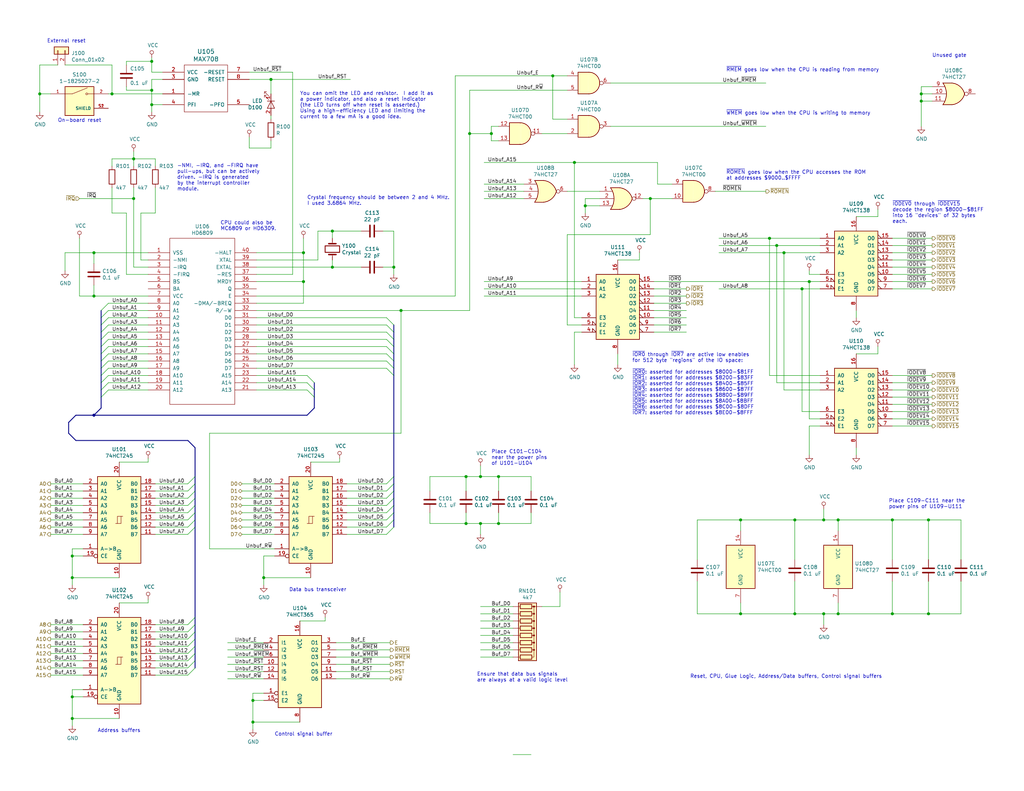
<source format=kicad_sch>
(kicad_sch (version 20211123) (generator eeschema)
  (paper "User" 359.994 278.206)
  (junction (at 168.91 184.15))
  (junction (at 163.83 167.64))
  (junction (at 53.34 21.59))
  (junction (at 275.59 88.9))
  (junction (at 33.02 104.14))
  (junction (at 294.64 215.9))
  (junction (at 279.4 182.88))
  (junction (at 326.39 182.88))
  (junction (at 13.97 33.02))
  (junction (at 116.84 93.98))
  (junction (at 46.99 55.88))
  (junction (at 323.85 33.02))
  (junction (at 53.34 36.83))
  (junction (at 25.4 252.73))
  (junction (at 106.68 99.06))
  (junction (at 33.02 146.05))
  (junction (at 201.93 57.15))
  (junction (at 53.34 31.75))
  (junction (at 88.9 246.38))
  (junction (at 279.4 215.9))
  (junction (at 172.72 46.99))
  (junction (at 284.48 99.06))
  (junction (at 323.85 35.56))
  (junction (at 39.37 33.02))
  (junction (at 138.43 93.98))
  (junction (at 25.4 195.58))
  (junction (at 270.51 83.82))
  (junction (at 88.9 254))
  (junction (at 92.71 203.2))
  (junction (at 116.84 81.28))
  (junction (at 25.4 245.11))
  (junction (at 165.1 46.99))
  (junction (at 194.31 26.67))
  (junction (at 289.56 215.9))
  (junction (at 33.02 88.9))
  (junction (at 205.74 72.39))
  (junction (at 313.69 182.88))
  (junction (at 140.97 109.22))
  (junction (at 273.05 86.36))
  (junction (at 95.25 27.94))
  (junction (at 106.68 88.9))
  (junction (at 25.4 203.2))
  (junction (at 175.26 167.64))
  (junction (at 260.35 215.9))
  (junction (at 326.39 215.9))
  (junction (at 175.26 184.15))
  (junction (at 260.35 182.88))
  (junction (at 313.69 215.9))
  (junction (at 168.91 167.64))
  (junction (at 294.64 182.88))
  (junction (at 46.99 69.85))
  (junction (at 289.56 182.88))
  (junction (at 228.6 69.85))
  (junction (at 163.83 184.15))
  (junction (at 281.94 101.6))
  (bus_entry (at 35.56 119.38) (size 2.54 -2.54))
  (bus_entry (at 35.56 139.7) (size 2.54 -2.54))
  (bus_entry (at 35.56 129.54) (size 2.54 -2.54))
  (bus_entry (at 135.89 111.76) (size 2.54 2.54))
  (bus_entry (at 135.89 177.8) (size 2.54 -2.54))
  (bus_entry (at 135.89 121.92) (size 2.54 2.54))
  (bus_entry (at 135.89 180.34) (size 2.54 -2.54))
  (bus_entry (at 66.04 219.71) (size 2.54 -2.54))
  (bus_entry (at 66.04 224.79) (size 2.54 -2.54))
  (bus_entry (at 35.56 132.08) (size 2.54 -2.54))
  (bus_entry (at 66.04 222.25) (size 2.54 -2.54))
  (bus_entry (at 135.89 187.96) (size 2.54 -2.54))
  (bus_entry (at 107.95 132.08) (size 2.54 2.54))
  (bus_entry (at 135.89 182.88) (size 2.54 -2.54))
  (bus_entry (at 35.56 124.46) (size 2.54 -2.54))
  (bus_entry (at 66.04 229.87) (size 2.54 -2.54))
  (bus_entry (at 35.56 109.22) (size 2.54 -2.54))
  (bus_entry (at 66.04 187.96) (size 2.54 -2.54))
  (bus_entry (at 35.56 116.84) (size 2.54 -2.54))
  (bus_entry (at 66.04 232.41) (size 2.54 -2.54))
  (bus_entry (at 66.04 182.88) (size 2.54 -2.54))
  (bus_entry (at 66.04 172.72) (size 2.54 -2.54))
  (bus_entry (at 135.89 124.46) (size 2.54 2.54))
  (bus_entry (at 135.89 114.3) (size 2.54 2.54))
  (bus_entry (at 135.89 175.26) (size 2.54 -2.54))
  (bus_entry (at 135.89 116.84) (size 2.54 2.54))
  (bus_entry (at 66.04 185.42) (size 2.54 -2.54))
  (bus_entry (at 35.56 114.3) (size 2.54 -2.54))
  (bus_entry (at 107.95 134.62) (size 2.54 2.54))
  (bus_entry (at 35.56 121.92) (size 2.54 -2.54))
  (bus_entry (at 135.89 170.18) (size 2.54 -2.54))
  (bus_entry (at 135.89 127) (size 2.54 2.54))
  (bus_entry (at 35.56 134.62) (size 2.54 -2.54))
  (bus_entry (at 35.56 111.76) (size 2.54 -2.54))
  (bus_entry (at 107.95 137.16) (size 2.54 2.54))
  (bus_entry (at 135.89 172.72) (size 2.54 -2.54))
  (bus_entry (at 135.89 119.38) (size 2.54 2.54))
  (bus_entry (at 135.89 185.42) (size 2.54 -2.54))
  (bus_entry (at 135.89 129.54) (size 2.54 2.54))
  (bus_entry (at 35.56 127) (size 2.54 -2.54))
  (bus_entry (at 66.04 234.95) (size 2.54 -2.54))
  (bus_entry (at 66.04 227.33) (size 2.54 -2.54))
  (bus_entry (at 66.04 170.18) (size 2.54 -2.54))
  (bus_entry (at 66.04 237.49) (size 2.54 -2.54))
  (bus_entry (at 66.04 177.8) (size 2.54 -2.54))
  (bus_entry (at 66.04 175.26) (size 2.54 -2.54))
  (bus_entry (at 35.56 137.16) (size 2.54 -2.54))
  (bus_entry (at 66.04 180.34) (size 2.54 -2.54))
  (wire (pts (xy 13.97 33.02) (xy 13.97 39.37)))
  (wire (pts (xy 323.85 33.02) (xy 323.85 35.56)))
  (wire (pts (xy 96.52 177.8) (xy 85.09 177.8)))
  (wire (pts (xy 281.94 144.78) (xy 281.94 101.6)))
  (wire (pts (xy 80.01 238.76) (xy 92.71 238.76)))
  (bus (pts (xy 33.02 146.05) (xy 35.56 143.51)))
  (wire (pts (xy 90.17 111.76) (xy 135.89 111.76)))
  (wire (pts (xy 114.3 218.44) (xy 114.3 217.17)))
  (wire (pts (xy 41.91 162.56) (xy 52.07 162.56)))
  (wire (pts (xy 54.61 177.8) (xy 66.04 177.8)))
  (wire (pts (xy 288.29 132.08) (xy 270.51 132.08)))
  (wire (pts (xy 121.92 185.42) (xy 135.89 185.42)))
  (wire (pts (xy 175.26 184.15) (xy 175.26 180.34)))
  (wire (pts (xy 186.69 265.43) (xy 180.34 265.43)))
  (wire (pts (xy 323.85 33.02) (xy 327.66 33.02)))
  (wire (pts (xy 38.1 119.38) (xy 52.07 119.38)))
  (wire (pts (xy 54.61 222.25) (xy 66.04 222.25)))
  (wire (pts (xy 260.35 182.88) (xy 279.4 182.88)))
  (wire (pts (xy 289.56 182.88) (xy 294.64 182.88)))
  (bus (pts (xy 35.56 139.7) (xy 35.56 143.51)))
  (wire (pts (xy 121.92 180.34) (xy 135.89 180.34)))
  (wire (pts (xy 29.21 224.79) (xy 17.78 224.79)))
  (wire (pts (xy 46.99 58.42) (xy 46.99 55.88)))
  (bus (pts (xy 138.43 172.72) (xy 138.43 175.26)))
  (bus (pts (xy 24.13 148.59) (xy 26.67 146.05)))
  (wire (pts (xy 39.37 22.86) (xy 39.37 33.02)))
  (wire (pts (xy 54.61 224.79) (xy 66.04 224.79)))
  (wire (pts (xy 53.34 21.59) (xy 53.34 20.32)))
  (wire (pts (xy 288.29 137.16) (xy 275.59 137.16)))
  (wire (pts (xy 46.99 69.85) (xy 46.99 66.04)))
  (wire (pts (xy 300.99 157.48) (xy 300.99 160.02)))
  (wire (pts (xy 57.15 27.94) (xy 53.34 27.94)))
  (wire (pts (xy 273.05 86.36) (xy 252.73 86.36)))
  (wire (pts (xy 313.69 137.16) (xy 327.66 137.16)))
  (wire (pts (xy 29.21 222.25) (xy 17.78 222.25)))
  (wire (pts (xy 194.31 26.67) (xy 199.39 26.67)))
  (wire (pts (xy 54.61 74.93) (xy 54.61 66.04)))
  (wire (pts (xy 39.37 74.93) (xy 39.37 66.04)))
  (wire (pts (xy 313.69 142.24) (xy 327.66 142.24)))
  (bus (pts (xy 26.67 154.94) (xy 66.04 154.94)))
  (wire (pts (xy 165.1 46.99) (xy 172.72 46.99)))
  (wire (pts (xy 180.34 223.52) (xy 168.91 223.52)))
  (bus (pts (xy 110.49 137.16) (xy 110.49 139.7)))
  (wire (pts (xy 44.45 31.75) (xy 53.34 31.75)))
  (wire (pts (xy 313.69 91.44) (xy 327.66 91.44)))
  (wire (pts (xy 54.61 234.95) (xy 66.04 234.95)))
  (wire (pts (xy 96.52 175.26) (xy 85.09 175.26)))
  (wire (pts (xy 121.92 172.72) (xy 135.89 172.72)))
  (wire (pts (xy 163.83 167.64) (xy 168.91 167.64)))
  (bus (pts (xy 24.13 148.59) (xy 24.13 152.4)))
  (bus (pts (xy 35.56 132.08) (xy 35.56 134.62)))
  (wire (pts (xy 313.69 88.9) (xy 327.66 88.9)))
  (wire (pts (xy 284.48 99.06) (xy 288.29 99.06)))
  (wire (pts (xy 229.87 114.3) (xy 241.3 114.3)))
  (wire (pts (xy 106.68 99.06) (xy 106.68 88.9)))
  (wire (pts (xy 116.84 93.98) (xy 116.84 91.44)))
  (wire (pts (xy 90.17 106.68) (xy 106.68 106.68)))
  (wire (pts (xy 96.52 172.72) (xy 85.09 172.72)))
  (wire (pts (xy 33.02 88.9) (xy 22.86 88.9)))
  (wire (pts (xy 251.46 67.31) (xy 269.24 67.31)))
  (wire (pts (xy 260.35 215.9) (xy 279.4 215.9)))
  (wire (pts (xy 73.66 193.04) (xy 96.52 193.04)))
  (wire (pts (xy 90.17 124.46) (xy 135.89 124.46)))
  (wire (pts (xy 29.21 229.87) (xy 17.78 229.87)))
  (wire (pts (xy 284.48 147.32) (xy 284.48 99.06)))
  (wire (pts (xy 95.25 27.94) (xy 95.25 33.02)))
  (bus (pts (xy 68.58 172.72) (xy 68.58 175.26)))
  (wire (pts (xy 313.69 93.98) (xy 327.66 93.98)))
  (wire (pts (xy 90.17 137.16) (xy 107.95 137.16)))
  (wire (pts (xy 41.91 252.73) (xy 25.4 252.73)))
  (wire (pts (xy 29.21 177.8) (xy 17.78 177.8)))
  (wire (pts (xy 96.52 170.18) (xy 85.09 170.18)))
  (wire (pts (xy 46.99 55.88) (xy 54.61 55.88)))
  (wire (pts (xy 96.52 182.88) (xy 85.09 182.88)))
  (bus (pts (xy 138.43 170.18) (xy 138.43 172.72)))
  (wire (pts (xy 300.99 76.2) (xy 308.61 76.2)))
  (wire (pts (xy 170.18 57.15) (xy 201.93 57.15)))
  (wire (pts (xy 53.34 27.94) (xy 53.34 31.75)))
  (wire (pts (xy 180.34 213.36) (xy 168.91 213.36)))
  (wire (pts (xy 38.1 134.62) (xy 52.07 134.62)))
  (bus (pts (xy 68.58 180.34) (xy 68.58 182.88)))
  (bus (pts (xy 138.43 180.34) (xy 138.43 182.88)))
  (bus (pts (xy 68.58 222.25) (xy 68.58 224.79)))
  (wire (pts (xy 180.34 231.14) (xy 168.91 231.14)))
  (bus (pts (xy 66.04 154.94) (xy 68.58 157.48)))
  (wire (pts (xy 105.41 218.44) (xy 114.3 218.44)))
  (wire (pts (xy 288.29 86.36) (xy 273.05 86.36)))
  (wire (pts (xy 96.52 180.34) (xy 85.09 180.34)))
  (wire (pts (xy 138.43 93.98) (xy 138.43 96.52)))
  (wire (pts (xy 294.64 215.9) (xy 313.69 215.9)))
  (wire (pts (xy 170.18 99.06) (xy 204.47 99.06)))
  (wire (pts (xy 279.4 215.9) (xy 289.56 215.9)))
  (wire (pts (xy 326.39 182.88) (xy 337.82 182.88)))
  (bus (pts (xy 35.56 121.92) (xy 35.56 124.46)))
  (wire (pts (xy 38.1 127) (xy 52.07 127)))
  (wire (pts (xy 160.02 104.14) (xy 160.02 26.67)))
  (wire (pts (xy 127 81.28) (xy 116.84 81.28)))
  (wire (pts (xy 231.14 64.77) (xy 231.14 57.15)))
  (wire (pts (xy 38.1 106.68) (xy 52.07 106.68)))
  (bus (pts (xy 68.58 170.18) (xy 68.58 172.72)))
  (wire (pts (xy 90.17 121.92) (xy 135.89 121.92)))
  (wire (pts (xy 20.32 22.86) (xy 13.97 22.86)))
  (bus (pts (xy 35.56 114.3) (xy 35.56 116.84)))
  (wire (pts (xy 313.69 96.52) (xy 327.66 96.52)))
  (bus (pts (xy 138.43 116.84) (xy 138.43 119.38)))
  (bus (pts (xy 68.58 219.71) (xy 68.58 222.25)))
  (wire (pts (xy 54.61 237.49) (xy 66.04 237.49)))
  (wire (pts (xy 123.19 27.94) (xy 95.25 27.94)))
  (wire (pts (xy 199.39 41.91) (xy 194.31 41.91)))
  (bus (pts (xy 68.58 167.64) (xy 68.58 170.18)))
  (bus (pts (xy 68.58 175.26) (xy 68.58 177.8)))
  (wire (pts (xy 165.1 109.22) (xy 165.1 46.99)))
  (wire (pts (xy 214.63 44.45) (xy 269.24 44.45)))
  (wire (pts (xy 199.39 114.3) (xy 199.39 82.55)))
  (wire (pts (xy 57.15 36.83) (xy 53.34 36.83)))
  (wire (pts (xy 337.82 215.9) (xy 337.82 204.47)))
  (wire (pts (xy 102.87 96.52) (xy 102.87 25.4)))
  (wire (pts (xy 165.1 46.99) (xy 165.1 31.75)))
  (wire (pts (xy 170.18 69.85) (xy 184.15 69.85)))
  (wire (pts (xy 288.29 101.6) (xy 281.94 101.6)))
  (wire (pts (xy 92.71 195.58) (xy 92.71 203.2)))
  (bus (pts (xy 138.43 182.88) (xy 138.43 185.42)))
  (wire (pts (xy 22.86 22.86) (xy 39.37 22.86)))
  (wire (pts (xy 170.18 101.6) (xy 204.47 101.6)))
  (wire (pts (xy 289.56 215.9) (xy 289.56 219.71)))
  (wire (pts (xy 80.01 231.14) (xy 92.71 231.14)))
  (bus (pts (xy 26.67 146.05) (xy 33.02 146.05)))
  (wire (pts (xy 275.59 88.9) (xy 252.73 88.9)))
  (wire (pts (xy 229.87 99.06) (xy 284.48 99.06)))
  (wire (pts (xy 52.07 212.09) (xy 52.07 210.82)))
  (wire (pts (xy 33.02 104.14) (xy 27.94 104.14)))
  (wire (pts (xy 175.26 167.64) (xy 186.69 167.64)))
  (wire (pts (xy 53.34 36.83) (xy 53.34 39.37)))
  (wire (pts (xy 204.47 111.76) (xy 201.93 111.76)))
  (wire (pts (xy 90.17 129.54) (xy 135.89 129.54)))
  (wire (pts (xy 118.11 231.14) (xy 137.16 231.14)))
  (bus (pts (xy 107.95 146.05) (xy 110.49 143.51)))
  (bus (pts (xy 33.02 146.05) (xy 107.95 146.05)))
  (wire (pts (xy 229.87 116.84) (xy 241.3 116.84)))
  (wire (pts (xy 29.21 234.95) (xy 17.78 234.95)))
  (wire (pts (xy 118.11 226.06) (xy 137.16 226.06)))
  (wire (pts (xy 313.69 149.86) (xy 327.66 149.86)))
  (wire (pts (xy 313.69 147.32) (xy 327.66 147.32)))
  (wire (pts (xy 163.83 180.34) (xy 163.83 184.15)))
  (wire (pts (xy 44.45 22.86) (xy 44.45 21.59)))
  (wire (pts (xy 323.85 30.48) (xy 323.85 33.02)))
  (wire (pts (xy 52.07 162.56) (xy 52.07 161.29)))
  (wire (pts (xy 29.21 170.18) (xy 17.78 170.18)))
  (wire (pts (xy 260.35 212.09) (xy 260.35 215.9)))
  (wire (pts (xy 111.76 81.28) (xy 111.76 91.44)))
  (wire (pts (xy 172.72 49.53) (xy 175.26 49.53)))
  (wire (pts (xy 121.92 170.18) (xy 135.89 170.18)))
  (wire (pts (xy 326.39 204.47) (xy 326.39 215.9)))
  (wire (pts (xy 52.07 104.14) (xy 33.02 104.14)))
  (wire (pts (xy 54.61 229.87) (xy 66.04 229.87)))
  (wire (pts (xy 199.39 82.55) (xy 228.6 82.55)))
  (wire (pts (xy 279.4 204.47) (xy 279.4 215.9)))
  (wire (pts (xy 54.61 172.72) (xy 66.04 172.72)))
  (wire (pts (xy 313.69 144.78) (xy 327.66 144.78)))
  (wire (pts (xy 41.91 203.2) (xy 25.4 203.2)))
  (wire (pts (xy 270.51 132.08) (xy 270.51 83.82)))
  (wire (pts (xy 33.02 100.33) (xy 33.02 104.14)))
  (wire (pts (xy 180.34 228.6) (xy 168.91 228.6)))
  (wire (pts (xy 217.17 91.44) (xy 224.79 91.44)))
  (wire (pts (xy 38.1 121.92) (xy 52.07 121.92)))
  (wire (pts (xy 90.17 119.38) (xy 135.89 119.38)))
  (wire (pts (xy 29.21 232.41) (xy 17.78 232.41)))
  (wire (pts (xy 127 93.98) (xy 116.84 93.98)))
  (wire (pts (xy 54.61 185.42) (xy 66.04 185.42)))
  (wire (pts (xy 180.34 220.98) (xy 168.91 220.98)))
  (wire (pts (xy 90.17 88.9) (xy 106.68 88.9)))
  (wire (pts (xy 33.02 92.71) (xy 33.02 88.9)))
  (wire (pts (xy 27.94 69.85) (xy 46.99 69.85)))
  (wire (pts (xy 96.52 185.42) (xy 85.09 185.42)))
  (wire (pts (xy 121.92 187.96) (xy 135.89 187.96)))
  (wire (pts (xy 44.45 21.59) (xy 53.34 21.59)))
  (bus (pts (xy 138.43 175.26) (xy 138.43 177.8)))
  (wire (pts (xy 201.93 111.76) (xy 201.93 57.15)))
  (bus (pts (xy 68.58 224.79) (xy 68.58 227.33)))
  (wire (pts (xy 228.6 82.55) (xy 228.6 69.85)))
  (wire (pts (xy 327.66 35.56) (xy 323.85 35.56)))
  (wire (pts (xy 25.4 195.58) (xy 25.4 203.2)))
  (wire (pts (xy 245.11 182.88) (xy 260.35 182.88)))
  (wire (pts (xy 313.69 204.47) (xy 313.69 215.9)))
  (wire (pts (xy 289.56 182.88) (xy 289.56 179.07)))
  (wire (pts (xy 73.66 193.04) (xy 73.66 152.4)))
  (wire (pts (xy 118.11 228.6) (xy 137.16 228.6)))
  (wire (pts (xy 92.71 246.38) (xy 88.9 246.38)))
  (wire (pts (xy 313.69 139.7) (xy 327.66 139.7)))
  (wire (pts (xy 151.13 172.72) (xy 151.13 167.64)))
  (bus (pts (xy 110.49 134.62) (xy 110.49 137.16)))
  (wire (pts (xy 175.26 167.64) (xy 175.26 172.72)))
  (wire (pts (xy 236.22 64.77) (xy 231.14 64.77)))
  (wire (pts (xy 90.17 132.08) (xy 107.95 132.08)))
  (wire (pts (xy 313.69 101.6) (xy 327.66 101.6)))
  (wire (pts (xy 53.34 25.4) (xy 53.34 21.59)))
  (wire (pts (xy 326.39 196.85) (xy 326.39 182.88)))
  (wire (pts (xy 273.05 134.62) (xy 273.05 86.36)))
  (wire (pts (xy 54.61 227.33) (xy 66.04 227.33)))
  (wire (pts (xy 245.11 196.85) (xy 245.11 182.88)))
  (wire (pts (xy 151.13 180.34) (xy 151.13 184.15)))
  (wire (pts (xy 90.17 93.98) (xy 116.84 93.98)))
  (bus (pts (xy 68.58 185.42) (xy 68.58 217.17)))
  (wire (pts (xy 270.51 83.82) (xy 252.73 83.82)))
  (wire (pts (xy 88.9 254) (xy 88.9 256.54)))
  (bus (pts (xy 24.13 152.4) (xy 26.67 154.94)))
  (wire (pts (xy 80.01 233.68) (xy 92.71 233.68)))
  (wire (pts (xy 96.52 187.96) (xy 85.09 187.96)))
  (wire (pts (xy 245.11 204.47) (xy 245.11 215.9)))
  (wire (pts (xy 96.52 195.58) (xy 92.71 195.58)))
  (wire (pts (xy 121.92 175.26) (xy 135.89 175.26)))
  (wire (pts (xy 190.5 46.99) (xy 199.39 46.99)))
  (wire (pts (xy 54.61 232.41) (xy 66.04 232.41)))
  (wire (pts (xy 116.84 81.28) (xy 116.84 83.82)))
  (wire (pts (xy 121.92 182.88) (xy 135.89 182.88)))
  (wire (pts (xy 313.69 83.82) (xy 327.66 83.82)))
  (wire (pts (xy 46.99 93.98) (xy 52.07 93.98)))
  (bus (pts (xy 68.58 157.48) (xy 68.58 167.64)))
  (wire (pts (xy 38.1 132.08) (xy 52.07 132.08)))
  (bus (pts (xy 138.43 119.38) (xy 138.43 121.92)))
  (wire (pts (xy 29.21 219.71) (xy 17.78 219.71)))
  (wire (pts (xy 109.22 203.2) (xy 92.71 203.2)))
  (wire (pts (xy 92.71 203.2) (xy 92.71 205.74)))
  (wire (pts (xy 90.17 96.52) (xy 102.87 96.52)))
  (wire (pts (xy 46.99 53.34) (xy 46.99 55.88)))
  (wire (pts (xy 175.26 44.45) (xy 172.72 44.45)))
  (wire (pts (xy 284.48 149.86) (xy 284.48 160.02)))
  (wire (pts (xy 229.87 106.68) (xy 241.3 106.68)))
  (bus (pts (xy 35.56 134.62) (xy 35.56 137.16)))
  (wire (pts (xy 275.59 137.16) (xy 275.59 88.9)))
  (wire (pts (xy 229.87 109.22) (xy 241.3 109.22)))
  (wire (pts (xy 134.62 81.28) (xy 138.43 81.28)))
  (wire (pts (xy 29.21 245.11) (xy 25.4 245.11)))
  (wire (pts (xy 201.93 116.84) (xy 201.93 128.27)))
  (wire (pts (xy 313.69 99.06) (xy 327.66 99.06)))
  (wire (pts (xy 308.61 76.2) (xy 308.61 73.66)))
  (wire (pts (xy 25.4 203.2) (xy 25.4 205.74)))
  (wire (pts (xy 90.17 127) (xy 135.89 127)))
  (wire (pts (xy 300.99 124.46) (xy 308.61 124.46)))
  (wire (pts (xy 38.1 114.3) (xy 52.07 114.3)))
  (wire (pts (xy 279.4 196.85) (xy 279.4 182.88)))
  (bus (pts (xy 35.56 129.54) (xy 35.56 132.08)))
  (wire (pts (xy 170.18 67.31) (xy 184.15 67.31)))
  (wire (pts (xy 194.31 41.91) (xy 194.31 26.67)))
  (wire (pts (xy 44.45 96.52) (xy 52.07 96.52)))
  (wire (pts (xy 116.84 81.28) (xy 111.76 81.28)))
  (bus (pts (xy 35.56 119.38) (xy 35.56 121.92)))
  (wire (pts (xy 151.13 167.64) (xy 163.83 167.64)))
  (bus (pts (xy 138.43 177.8) (xy 138.43 180.34)))
  (wire (pts (xy 210.82 72.39) (xy 205.74 72.39)))
  (wire (pts (xy 80.01 236.22) (xy 92.71 236.22)))
  (wire (pts (xy 27.94 104.14) (xy 27.94 83.82)))
  (bus (pts (xy 68.58 227.33) (xy 68.58 229.87)))
  (wire (pts (xy 13.97 22.86) (xy 13.97 33.02)))
  (wire (pts (xy 25.4 245.11) (xy 25.4 252.73)))
  (wire (pts (xy 29.21 185.42) (xy 17.78 185.42)))
  (wire (pts (xy 73.66 152.4) (xy 140.97 152.4)))
  (wire (pts (xy 38.1 129.54) (xy 52.07 129.54)))
  (wire (pts (xy 294.64 212.09) (xy 294.64 215.9)))
  (wire (pts (xy 29.21 187.96) (xy 17.78 187.96)))
  (bus (pts (xy 68.58 177.8) (xy 68.58 180.34)))
  (bus (pts (xy 68.58 229.87) (xy 68.58 232.41)))
  (wire (pts (xy 214.63 29.21) (xy 269.24 29.21)))
  (wire (pts (xy 49.53 91.44) (xy 49.53 74.93)))
  (wire (pts (xy 172.72 44.45) (xy 172.72 46.99)))
  (wire (pts (xy 175.26 184.15) (xy 186.69 184.15)))
  (wire (pts (xy 105.41 254) (xy 88.9 254)))
  (wire (pts (xy 29.21 237.49) (xy 17.78 237.49)))
  (wire (pts (xy 337.82 182.88) (xy 337.82 196.85)))
  (wire (pts (xy 38.1 116.84) (xy 52.07 116.84)))
  (wire (pts (xy 29.21 227.33) (xy 17.78 227.33)))
  (wire (pts (xy 288.29 88.9) (xy 275.59 88.9)))
  (wire (pts (xy 279.4 182.88) (xy 289.56 182.88)))
  (wire (pts (xy 95.25 40.64) (xy 95.25 41.91)))
  (wire (pts (xy 288.29 134.62) (xy 273.05 134.62)))
  (wire (pts (xy 52.07 91.44) (xy 49.53 91.44)))
  (wire (pts (xy 54.61 219.71) (xy 66.04 219.71)))
  (wire (pts (xy 57.15 25.4) (xy 53.34 25.4)))
  (wire (pts (xy 80.01 226.06) (xy 92.71 226.06)))
  (wire (pts (xy 29.21 172.72) (xy 17.78 172.72)))
  (wire (pts (xy 38.1 109.22) (xy 52.07 109.22)))
  (wire (pts (xy 284.48 96.52) (xy 284.48 95.25)))
  (wire (pts (xy 313.69 132.08) (xy 327.66 132.08)))
  (bus (pts (xy 138.43 121.92) (xy 138.43 124.46)))
  (wire (pts (xy 80.01 228.6) (xy 92.71 228.6)))
  (wire (pts (xy 180.34 218.44) (xy 168.91 218.44)))
  (wire (pts (xy 29.21 182.88) (xy 17.78 182.88)))
  (wire (pts (xy 168.91 184.15) (xy 168.91 187.96)))
  (wire (pts (xy 29.21 175.26) (xy 17.78 175.26)))
  (wire (pts (xy 288.29 149.86) (xy 284.48 149.86)))
  (wire (pts (xy 90.17 134.62) (xy 107.95 134.62)))
  (wire (pts (xy 180.34 215.9) (xy 168.91 215.9)))
  (wire (pts (xy 90.17 99.06) (xy 106.68 99.06)))
  (wire (pts (xy 54.61 170.18) (xy 66.04 170.18)))
  (wire (pts (xy 88.9 243.84) (xy 88.9 246.38)))
  (bus (pts (xy 68.58 232.41) (xy 68.58 234.95)))
  (wire (pts (xy 38.1 111.76) (xy 52.07 111.76)))
  (bus (pts (xy 138.43 114.3) (xy 138.43 116.84)))
  (wire (pts (xy 41.91 212.09) (xy 52.07 212.09)))
  (wire (pts (xy 229.87 111.76) (xy 241.3 111.76)))
  (bus (pts (xy 138.43 124.46) (xy 138.43 127)))
  (wire (pts (xy 289.56 215.9) (xy 294.64 215.9)))
  (wire (pts (xy 313.69 196.85) (xy 313.69 182.88)))
  (bus (pts (xy 138.43 167.64) (xy 138.43 170.18)))
  (wire (pts (xy 88.9 246.38) (xy 88.9 254)))
  (wire (pts (xy 245.11 215.9) (xy 260.35 215.9)))
  (wire (pts (xy 163.83 184.15) (xy 168.91 184.15)))
  (wire (pts (xy 180.34 226.06) (xy 168.91 226.06)))
  (bus (pts (xy 35.56 127) (xy 35.56 129.54)))
  (wire (pts (xy 54.61 175.26) (xy 66.04 175.26)))
  (wire (pts (xy 228.6 69.85) (xy 226.06 69.85)))
  (wire (pts (xy 54.61 187.96) (xy 66.04 187.96)))
  (wire (pts (xy 109.22 162.56) (xy 119.38 162.56)))
  (wire (pts (xy 25.4 242.57) (xy 25.4 245.11)))
  (wire (pts (xy 165.1 31.75) (xy 199.39 31.75)))
  (wire (pts (xy 95.25 52.07) (xy 87.63 52.07)))
  (wire (pts (xy 118.11 236.22) (xy 137.16 236.22)))
  (wire (pts (xy 38.1 124.46) (xy 52.07 124.46)))
  (wire (pts (xy 300.99 109.22) (xy 300.99 111.76)))
  (wire (pts (xy 201.93 57.15) (xy 231.14 57.15)))
  (wire (pts (xy 163.83 172.72) (xy 163.83 167.64)))
  (wire (pts (xy 54.61 55.88) (xy 54.61 58.42)))
  (wire (pts (xy 281.94 101.6) (xy 252.73 101.6)))
  (wire (pts (xy 160.02 26.67) (xy 194.31 26.67)))
  (wire (pts (xy 151.13 184.15) (xy 163.83 184.15)))
  (bus (pts (xy 35.56 116.84) (xy 35.56 119.38)))
  (wire (pts (xy 118.11 238.76) (xy 137.16 238.76)))
  (wire (pts (xy 90.17 114.3) (xy 135.89 114.3)))
  (bus (pts (xy 35.56 137.16) (xy 35.56 139.7)))
  (bus (pts (xy 110.49 139.7) (xy 110.49 143.51)))
  (wire (pts (xy 210.82 67.31) (xy 199.39 67.31)))
  (bus (pts (xy 68.58 217.17) (xy 68.58 219.71)))
  (wire (pts (xy 111.76 91.44) (xy 90.17 91.44)))
  (wire (pts (xy 53.34 31.75) (xy 53.34 36.83)))
  (wire (pts (xy 229.87 104.14) (xy 241.3 104.14)))
  (wire (pts (xy 121.92 177.8) (xy 135.89 177.8)))
  (wire (pts (xy 205.74 69.85) (xy 205.74 72.39)))
  (bus (pts (xy 35.56 124.46) (xy 35.56 127)))
  (wire (pts (xy 44.45 30.48) (xy 44.45 31.75)))
  (wire (pts (xy 190.5 213.36) (xy 196.85 213.36)))
  (wire (pts (xy 54.61 180.34) (xy 66.04 180.34)))
  (wire (pts (xy 87.63 48.26) (xy 87.63 52.07)))
  (wire (pts (xy 210.82 69.85) (xy 205.74 69.85)))
  (wire (pts (xy 260.35 186.69) (xy 260.35 182.88)))
  (wire (pts (xy 288.29 83.82) (xy 270.51 83.82)))
  (wire (pts (xy 294.64 182.88) (xy 313.69 182.88)))
  (bus (pts (xy 138.43 132.08) (xy 138.43 167.64)))
  (wire (pts (xy 313.69 86.36) (xy 327.66 86.36)))
  (wire (pts (xy 326.39 215.9) (xy 337.82 215.9)))
  (wire (pts (xy 44.45 96.52) (xy 44.45 74.93)))
  (wire (pts (xy 54.61 182.88) (xy 66.04 182.88)))
  (wire (pts (xy 204.47 114.3) (xy 199.39 114.3)))
  (wire (pts (xy 25.4 193.04) (xy 25.4 195.58)))
  (wire (pts (xy 90.17 109.22) (xy 140.97 109.22)))
  (wire (pts (xy 186.69 184.15) (xy 186.69 180.34)))
  (wire (pts (xy 168.91 184.15) (xy 175.26 184.15)))
  (wire (pts (xy 119.38 162.56) (xy 119.38 161.29)))
  (wire (pts (xy 313.69 215.9) (xy 326.39 215.9)))
  (bus (pts (xy 35.56 109.22) (xy 35.56 111.76)))
  (wire (pts (xy 138.43 81.28) (xy 138.43 93.98)))
  (wire (pts (xy 196.85 213.36) (xy 196.85 208.28)))
  (wire (pts (xy 204.47 116.84) (xy 201.93 116.84)))
  (wire (pts (xy 229.87 101.6) (xy 241.3 101.6)))
  (bus (pts (xy 138.43 129.54) (xy 138.43 132.08)))
  (wire (pts (xy 224.79 91.44) (xy 224.79 88.9)))
  (wire (pts (xy 90.17 116.84) (xy 135.89 116.84)))
  (wire (pts (xy 25.4 252.73) (xy 25.4 255.27)))
  (wire (pts (xy 29.21 193.04) (xy 25.4 193.04)))
  (wire (pts (xy 140.97 109.22) (xy 165.1 109.22)))
  (bus (pts (xy 138.43 127) (xy 138.43 129.54)))
  (wire (pts (xy 134.62 93.98) (xy 138.43 93.98)))
  (wire (pts (xy 29.21 195.58) (xy 25.4 195.58)))
  (wire (pts (xy 106.68 106.68) (xy 106.68 99.06)))
  (wire (pts (xy 92.71 243.84) (xy 88.9 243.84)))
  (wire (pts (xy 205.74 72.39) (xy 205.74 74.93)))
  (wire (pts (xy 57.15 33.02) (xy 39.37 33.02)))
  (wire (pts (xy 186.69 167.64) (xy 186.69 172.72)))
  (wire (pts (xy 172.72 46.99) (xy 172.72 49.53)))
  (wire (pts (xy 90.17 104.14) (xy 160.02 104.14)))
  (wire (pts (xy 29.21 242.57) (xy 25.4 242.57)))
  (wire (pts (xy 323.85 30.48) (xy 327.66 30.48)))
  (wire (pts (xy 170.18 64.77) (xy 184.15 64.77)))
  (wire (pts (xy 95.25 49.53) (xy 95.25 52.07)))
  (wire (pts (xy 168.91 167.64) (xy 168.91 163.83)))
  (wire (pts (xy 313.69 182.88) (xy 326.39 182.88)))
  (wire (pts (xy 170.18 104.14) (xy 204.47 104.14)))
  (wire (pts (xy 323.85 44.45) (xy 323.85 35.56)))
  (wire (pts (xy 52.07 88.9) (xy 33.02 88.9)))
  (wire (pts (xy 22.86 88.9) (xy 22.86 95.25)))
  (bus (pts (xy 68.58 182.88) (xy 68.58 185.42)))
  (wire (pts (xy 38.1 137.16) (xy 52.07 137.16)))
  (wire (pts (xy 39.37 55.88) (xy 46.99 55.88)))
  (wire (pts (xy 118.11 233.68) (xy 137.16 233.68)))
  (wire (pts (xy 46.99 93.98) (xy 46.99 69.85)))
  (wire (pts (xy 39.37 33.02) (xy 38.1 33.02)))
  (wire (pts (xy 44.45 74.93) (xy 39.37 74.93)))
  (wire (pts (xy 288.29 147.32) (xy 284.48 147.32)))
  (wire (pts (xy 313.69 134.62) (xy 327.66 134.62)))
  (wire (pts (xy 217.17 124.46) (xy 217.17 128.27)))
  (wire (pts (xy 308.61 124.46) (xy 308.61 121.92)))
  (wire (pts (xy 29.21 180.34) (xy 17.78 180.34)))
  (bus (pts (xy 35.56 111.76) (xy 35.56 114.3)))
  (wire (pts (xy 102.87 25.4) (xy 87.63 25.4)))
  (wire (pts (xy 17.78 33.02) (xy 13.97 33.02)))
  (wire (pts (xy 288.29 96.52) (xy 284.48 96.52)))
  (wire (pts (xy 140.97 152.4) (xy 140.97 109.22)))
  (wire (pts (xy 49.53 74.93) (xy 54.61 74.93)))
  (wire (pts (xy 106.68 88.9) (xy 106.68 83.82)))
  (wire (pts (xy 168.91 167.64) (xy 175.26 167.64)))
  (wire (pts (xy 39.37 58.42) (xy 39.37 55.88)))
  (wire (pts (xy 95.25 27.94) (xy 87.63 27.94)))
  (wire (pts (xy 288.29 144.78) (xy 281.94 144.78)))
  (wire (pts (xy 236.22 69.85) (xy 228.6 69.85)))
  (wire (pts (xy 294.64 186.69) (xy 294.64 182.88)))
  (text "~{WMEM} goes low when the CPU is writing to memory" (at 255.27 40.64 0) (effects (font (size 1.27 1.27)) (justify left bottom)))
  (text "Place C109-C111 near the\npower pins of U109-U111" (at 312.42 179.07 0) (effects (font (size 1.27 1.27)) (justify left bottom)))
  (text "External reset" (at 16.51 15.24 0) (effects (font (size 1.27 1.27)) (justify left bottom)))
  (text "-NMI, -IRQ, and -FIRQ have\npull-ups, but can be actively\ndriven. -IRQ is generated\nby the interrupt controller\nmodule." (at 62.23 67.31 0) (effects (font (size 1.27 1.27)) (justify left bottom)))
  (text "Reset, CPU, Glue Logic, Address/Data buffers, Control signal buffers" (at 242.57 238.76 0) (effects (font (size 1.27 1.27)) (justify left bottom)))
  (text "You can omit the LED and resistor.  I add it as\na power indicator, and also a reset indicator\n(the LED turns off when reset is asserted.)\nUsing a high-efficiency LED and limiting the\ncurrent to a few mA is a good idea." (at 105.41 41.91 0) (effects (font (size 1.27 1.27)) (justify left bottom)))
  (text "On-board reset" (at 20.32 43.18 0) (effects (font (size 1.27 1.27)) (justify left bottom)))
  (text "Crystal frequency should be between 2 and 4 MHz.\nI used 3.6864 MHz." (at 107.95 72.39 0) (effects (font (size 1.27 1.27)) (justify left bottom)))
  (text "Control signal buffer" (at 96.52 259.08 0) (effects (font (size 1.27 1.27)) (justify left bottom)))
  (text "~{IOR0} through ~{IOR7} are active low enables\nfor 512 byte \"regions\" of the IO space:\n\n~{IOR0}: asserted for addresses $8000-$81FF\n~{IOR1}: asserted for addresses $8200-$83FF\n~{IOR2}: asserted for addresses $8400-$85FF\n~{IOR3}: asserted for addresses $8600-$87FF\n~{IOR4}: asserted for addresses $8800-$89FF\n~{IOR5}: asserted for addresses $8A00-$8BFF\n~{IOR6}: asserted for addresses $8C00-$8DFF\n~{IOR7}: asserted for addresses $8E00-$8FFF" (at 222.25 146.05 0) (effects (font (size 1.27 1.27)) (justify left bottom)))
  (text "Address buffers" (at 34.29 257.81 0) (effects (font (size 1.27 1.27)) (justify left bottom)))
  (text "CPU could also be\nMC6809 or HD6309." (at 77.47 81.28 0) (effects (font (size 1.27 1.27)) (justify left bottom)))
  (text "~{IODEV0} through ~{IODEV15}\ndecode the region $8000-$81FF\ninto 16 \"devices\" of 32 bytes\neach." (at 313.69 78.74 0) (effects (font (size 1.27 1.27)) (justify left bottom)))
  (text "~{ROMEN} goes low when the CPU accesses the ROM\nat addresses $9000..$FFFF" (at 255.27 63.5 0) (effects (font (size 1.27 1.27)) (justify left bottom)))
  (text "Unused gate" (at 327.66 20.32 0) (effects (font (size 1.27 1.27)) (justify left bottom)))
  (text "~{RMEM} goes low when the CPU is reading from memory" (at 255.27 25.4 0) (effects (font (size 1.27 1.27)) (justify left bottom)))
  (text "Ensure that data bus signals\nare always at a valid logic level" (at 167.64 240.03 0) (effects (font (size 1.27 1.27)) (justify left bottom)))
  (text "Place C101-C104\nnear the power pins\nof U101-U104" (at 172.72 163.83 0) (effects (font (size 1.27 1.27)) (justify left bottom)))
  (text "Data bus transceiver" (at 101.6 208.28 0) (effects (font (size 1.27 1.27)) (justify left bottom)))
  (label "Unbuf_A14" (at 171.45 64.77 0))
  (label "~{IODEV6}" (at 318.77 99.06 0))
  (label "~{IOR5}" (at 234.95 111.76 0))
  (label "~{IODEV2}" (at 318.77 88.9 0))
  (label "Buf_D6" (at 88.9 185.42 0))
  (label "Unbuf_A15" (at 93.98 132.08 0))
  (label "Unbuf_D1" (at 125.73 172.72 0))
  (label "Unbuf_A7" (at 55.88 187.96 0))
  (label "Unbuf_~{RST}" (at 88.9 25.4 0))
  (label "Unbuf_D3" (at 125.73 177.8 0))
  (label "Buf_D2" (at 172.72 218.44 0))
  (label "Unbuf_A10" (at 55.88 224.79 0))
  (label "Unbuf_~{WMEM}" (at 82.55 231.14 0))
  (label "Unbuf_D2" (at 93.98 116.84 0))
  (label "Buf_A7" (at 19.05 187.96 0))
  (label "Buf_A8" (at 19.05 219.71 0))
  (label "Buf_D3" (at 88.9 177.8 0))
  (label "Unbuf_D7" (at 93.98 129.54 0))
  (label "Unbuf_D5" (at 125.73 182.88 0))
  (label "Unbuf_A13" (at 55.88 232.41 0))
  (label "Buf_D7" (at 88.9 187.96 0))
  (label "Unbuf_A1" (at 39.37 109.22 0))
  (label "Buf_RST" (at 123.19 236.22 0))
  (label "~{IODEV15}" (at 318.77 149.86 0))
  (label "Buf_D1" (at 88.9 172.72 0))
  (label "Unbuf_RST" (at 82.55 236.22 0))
  (label "~{ROMEN}" (at 254 67.31 0))
  (label "~{IODEV7}" (at 318.77 101.6 0))
  (label "Unbuf_D7" (at 125.73 187.96 0))
  (label "Unbuf_A5" (at 254 83.82 0))
  (label "Buf_D4" (at 172.72 223.52 0))
  (label "Unbuf_~{RMEM}" (at 254 29.21 0))
  (label "~{IODEV8}" (at 318.77 132.08 0))
  (label "Unbuf_D4" (at 93.98 121.92 0))
  (label "~{IODEV14}" (at 318.77 147.32 0))
  (label "~{IODEV4}" (at 318.77 93.98 0))
  (label "Buf_D2" (at 88.9 175.26 0))
  (label "Buf_A9" (at 19.05 222.25 0))
  (label "Unbuf_A5" (at 39.37 119.38 0))
  (label "Buf_A13" (at 19.05 232.41 0))
  (label "Unbuf_A10" (at 39.37 132.08 0))
  (label "Unbuf_A1" (at 55.88 172.72 0))
  (label "Unbuf_A8" (at 55.88 219.71 0))
  (label "~{IOR3}" (at 234.95 106.68 0))
  (label "Unbuf_A2" (at 39.37 111.76 0))
  (label "Unbuf_D2" (at 125.73 175.26 0))
  (label "Unbuf_D5" (at 93.98 124.46 0))
  (label "~{IOR7}" (at 234.95 116.84 0))
  (label "~{IODEV1}" (at 318.77 86.36 0))
  (label "Buf_~{RMEM}" (at 123.19 228.6 0))
  (label "Unbuf_A7" (at 39.37 124.46 0))
  (label "Unbuf_A15" (at 171.45 57.15 0))
  (label "Buf_D5" (at 172.72 226.06 0))
  (label "Unbuf_R~{W}" (at 86.36 193.04 0))
  (label "~{IODEV3}" (at 318.77 91.44 0))
  (label "Unbuf_A11" (at 55.88 227.33 0))
  (label "~{IOR0}" (at 234.95 99.06 0))
  (label "Buf_D3" (at 172.72 220.98 0))
  (label "Buf_A3" (at 19.05 177.8 0))
  (label "~{IODEV9}" (at 318.77 134.62 0))
  (label "Unbuf_A9" (at 39.37 129.54 0))
  (label "~{IOR2}" (at 234.95 104.14 0))
  (label "Unbuf_A7" (at 254 88.9 0))
  (label "Unbuf_A0" (at 39.37 106.68 0))
  (label "Unbuf_A8" (at 39.37 127 0))
  (label "Unbuf_A5" (at 55.88 182.88 0))
  (label "Unbuf_D6" (at 125.73 185.42 0))
  (label "Unbuf_A3" (at 55.88 177.8 0))
  (label "~{IODEV12}" (at 318.77 142.24 0))
  (label "Unbuf_A13" (at 171.45 67.31 0))
  (label "Unbuf_A4" (at 39.37 116.84 0))
  (label "Unbuf_~{WMEM}" (at 254 44.45 0))
  (label "Unbuf_R~{W}" (at 82.55 238.76 0))
  (label "Unbuf_R~{W}" (at 181.61 31.75 0))
  (label "Buf_A2" (at 19.05 175.26 0))
  (label "Unbuf_A15" (at 55.88 237.49 0))
  (label "Buf_A5" (at 19.05 182.88 0))
  (label "Buf_~{RST}" (at 123.19 233.68 0))
  (label "Unbuf_RST" (at 111.76 27.94 0))
  (label "Unbuf_A0" (at 55.88 170.18 0))
  (label "Unbuf_D4" (at 125.73 180.34 0))
  (label "Unbuf_A11" (at 39.37 134.62 0))
  (label "Buf_A0" (at 19.05 170.18 0))
  (label "Unbuf_E" (at 181.61 26.67 0))
  (label "~{IODEV5}" (at 318.77 96.52 0))
  (label "~{IOR4}" (at 234.95 109.22 0))
  (label "~{IODEV10}" (at 318.77 137.16 0))
  (label "Unbuf_A2" (at 55.88 175.26 0))
  (label "Unbuf_A10" (at 171.45 101.6 0))
  (label "Buf_A6" (at 19.05 185.42 0))
  (label "Unbuf_D0" (at 125.73 170.18 0))
  (label "Unbuf_A9" (at 55.88 222.25 0))
  (label "Buf_A11" (at 19.05 227.33 0))
  (label "Buf_R~{W}" (at 123.19 238.76 0))
  (label "Unbuf_A14" (at 93.98 134.62 0))
  (label "Buf_D4" (at 88.9 180.34 0))
  (label "Unbuf_A8" (at 254 101.6 0))
  (label "Buf_A12" (at 19.05 229.87 0))
  (label "Unbuf_A12" (at 171.45 69.85 0))
  (label "Buf_A15" (at 19.05 237.49 0))
  (label "~{IODEV13}" (at 318.77 144.78 0))
  (label "Buf_E" (at 123.19 226.06 0))
  (label "Unbuf_A12" (at 39.37 137.16 0))
  (label "Buf_D6" (at 172.72 228.6 0))
  (label "Unbuf_A6" (at 39.37 121.92 0))
  (label "Unbuf_A14" (at 55.88 234.95 0))
  (label "Unbuf_A11" (at 171.45 104.14 0))
  (label "Buf_A14" (at 19.05 234.95 0))
  (label "Unbuf_D1" (at 93.98 114.3 0))
  (label "Unbuf_A12" (at 55.88 229.87 0))
  (label "Unbuf_~{RMEM}" (at 82.55 228.6 0))
  (label "Unbuf_A3" (at 39.37 114.3 0))
  (label "Unbuf_A4" (at 55.88 180.34 0))
  (label "Buf_A10" (at 19.05 224.79 0))
  (label "~{IOR1}" (at 234.95 101.6 0))
  (label "Unbuf_D0" (at 93.98 111.76 0))
  (label "Unbuf_A13" (at 93.98 137.16 0))
  (label "Unbuf_~{RST}" (at 82.55 233.68 0))
  (label "Unbuf_D3" (at 93.98 119.38 0))
  (label "Buf_D1" (at 172.72 215.9 0))
  (label "~{IODEV11}" (at 318.77 139.7 0))
  (label "Unbuf_D6" (at 93.98 127 0))
  (label "Unbuf_E" (at 82.55 226.06 0))
  (label "Unbuf_A6" (at 55.88 185.42 0))
  (label "~{IOR6}" (at 234.95 114.3 0))
  (label "~{IRQ}" (at 30.48 69.85 0))
  (label "Buf_A1" (at 19.05 172.72 0))
  (label "Buf_D5" (at 88.9 182.88 0))
  (label "Buf_D0" (at 88.9 170.18 0))
  (label "Unbuf_A9" (at 171.45 99.06 0))
  (label "Buf_~{WMEM}" (at 123.19 231.14 0))
  (label "Buf_D7" (at 172.72 231.14 0))
  (label "Buf_A4" (at 19.05 180.34 0))
  (label "~{IODEV0}" (at 318.77 83.82 0))
  (label "Unbuf_A6" (at 254 86.36 0))
  (label "Buf_D0" (at 172.72 213.36 0))
  (hierarchical_label "A14" (shape output) (at 17.78 234.95 180))
  (hierarchical_label "A5" (shape output) (at 17.78 182.88 180))
  (hierarchical_label "A7" (shape output) (at 17.78 187.96 180))
  (hierarchical_label "~{IODEV15}" (shape output) (at 327.66 149.86 0))
  (hierarchical_label "D4" (shape bidirectional) (at 85.09 180.34 180))
  (hierarchical_label "~{ROMEN}" (shape output) (at 269.24 67.31 0))
  (hierarchical_label "E" (shape output) (at 137.16 226.06 0))
  (hierarchical_label "A13" (shape output) (at 17.78 232.41 180))
  (hierarchical_label "~{IODEV1}" (shape output) (at 327.66 86.36 0))
  (hierarchical_label "A8" (shape output) (at 17.78 219.71 180))
  (hierarchical_label "A0" (shape output) (at 17.78 170.18 180))
  (hierarchical_label "~{WMEM}" (shape output) (at 137.16 231.14 0))
  (hierarchical_label "A4" (shape output) (at 17.78 180.34 180))
  (hierarchical_label "~{IODEV13}" (shape output) (at 327.66 144.78 0))
  (hierarchical_label "~{RST}" (shape output) (at 137.16 233.68 0))
  (hierarchical_label "A9" (shape output) (at 17.78 222.25 180))
  (hierarchical_label "~{RMEM}" (shape output) (at 137.16 228.6 0))
  (hierarchical_label "~{IODEV7}" (shape output) (at 327.66 101.6 0))
  (hierarchical_label "D6" (shape bidirectional) (at 85.09 185.42 180))
  (hierarchical_label "~{IODEV11}" (shape output) (at 327.66 139.7 0))
  (hierarchical_label "~{IRQ}" (shape input) (at 27.94 69.85 180))
  (hierarchical_label "A12" (shape output) (at 17.78 229.87 180))
  (hierarchical_label "D5" (shape bidirectional) (at 85.09 182.88 180))
  (hierarchical_label "~{IOR2}" (shape output) (at 241.3 104.14 0))
  (hierarchical_label "~{IODEV12}" (shape output) (at 327.66 142.24 0))
  (hierarchical_label "D3" (shape bidirectional) (at 85.09 177.8 180))
  (hierarchical_label "A6" (shape output) (at 17.78 185.42 180))
  (hierarchical_label "~{IODEV6}" (shape output) (at 327.66 99.06 0))
  (hierarchical_label "~{IODEV3}" (shape output) (at 327.66 91.44 0))
  (hierarchical_label "R~{W}" (shape output) (at 137.16 238.76 0))
  (hierarchical_label "~{IOR1}" (shape output) (at 241.3 101.6 0))
  (hierarchical_label "D2" (shape bidirectional) (at 85.09 175.26 180))
  (hierarchical_label "~{IODEV2}" (shape output) (at 327.66 88.9 0))
  (hierarchical_label "~{IOR3}" (shape output) (at 241.3 106.68 0))
  (hierarchical_label "~{IODEV9}" (shape output) (at 327.66 134.62 0))
  (hierarchical_label "~{IODEV5}" (shape output) (at 327.66 96.52 0))
  (hierarchical_label "~{IODEV8}" (shape output) (at 327.66 132.08 0))
  (hierarchical_label "~{IODEV10}" (shape output) (at 327.66 137.16 0))
  (hierarchical_label "D0" (shape bidirectional) (at 85.09 170.18 180))
  (hierarchical_label "A3" (shape output) (at 17.78 177.8 180))
  (hierarchical_label "~{IODEV4}" (shape output) (at 327.66 93.98 0))
  (hierarchical_label "~{IODEV0}" (shape output) (at 327.66 83.82 0))
  (hierarchical_label "A10" (shape output) (at 17.78 224.79 180))
  (hierarchical_label "~{IODEV14}" (shape output) (at 327.66 147.32 0))
  (hierarchical_label "A1" (shape output) (at 17.78 172.72 180))
  (hierarchical_label "RST" (shape output) (at 137.16 236.22 0))
  (hierarchical_label "A2" (shape output) (at 17.78 175.26 180))
  (hierarchical_label "A15" (shape output) (at 17.78 237.49 180))
  (hierarchical_label "A11" (shape output) (at 17.78 227.33 180))
  (hierarchical_label "D7" (shape bidirectional) (at 85.09 187.96 180))
  (hierarchical_label "D1" (shape bidirectional) (at 85.09 172.72 180))
  (symbol (lib_id "ya68k:MAX708") (at 72.39 30.48 0) (unit 1)
    (property "Reference" "U105" (at 72.39 18.1102 0) (effects (font (size 1.524 1.524))))
    (property "Value" "MAX708" (at 72.39 20.8026 0) (effects (font (size 1.524 1.524))))
    (property "Footprint" "Package_DIP:DIP-8_W7.62mm_Socket" (effects hide))
  )
  (symbol (lib_id "power:VCC") (at 53.34 20.32 0) (unit 1)
    (property "Reference" "#PWR0106" (effects hide))
    (property "Value" "VCC" (at 53.7718 15.9258 0))
  )
  (symbol (lib_id "power:GND") (at 53.34 39.37 0) (unit 1)
    (property "Reference" "#PWR0107" (effects hide))
    (property "Value" "GND" (at 53.467 43.7642 0))
  )
  (symbol (lib_id "power:GND") (at 13.97 39.37 0) (unit 1)
    (property "Reference" "#PWR0104" (effects hide))
    (property "Value" "GND" (at 14.097 43.7642 0))
  )
  (symbol (lib_id "HD6809:HD6809") (at 71.12 113.03 0) (unit 1)
    (property "Reference" "U106" (at 71.12 79.629 0))
    (property "Value" "HD6809" (at 71.12 81.9404 0))
    (property "Footprint" "Package_DIP:DIP-40_W15.24mm_Socket" (effects hide))
    (property "Datasheet" "DOCUMENTATION" (effects hide))
  )
  (symbol (lib_id "device:LED") (at 95.25 36.83 270) (unit 1)
    (property "Reference" "D100" (at 92.2782 37.7952 90) (effects (justify right)))
    (property "Value" "LED" (at 92.2782 35.4838 90) (effects (justify right)))
    (property "Footprint" "LED_THT:LED_D5.0mm" (effects hide))
  )
  (symbol (lib_id "device:R") (at 95.25 45.72 0) (unit 1)
    (property "Reference" "R100" (at 97.028 44.5516 0) (effects (justify left)))
    (property "Value" "R" (at 97.028 46.863 0) (effects (justify left)))
    (property "Footprint" "Resistor_THT:R_Axial_DIN0204_L3.6mm_D1.6mm_P7.62mm_Horizontal" (effects hide))
  )
  (symbol (lib_id "power:VCC") (at 87.63 48.26 0) (unit 1)
    (property "Reference" "#PWR0111" (effects hide))
    (property "Value" "VCC" (at 88.0618 43.8658 0))
  )
  (symbol (lib_id "power:GND") (at 22.86 95.25 0) (unit 1)
    (property "Reference" "#PWR0100" (effects hide))
    (property "Value" "GND" (at 22.987 99.6442 0))
  )
  (symbol (lib_id "power:VCC") (at 27.94 83.82 0) (unit 1)
    (property "Reference" "#PWR0101" (effects hide))
    (property "Value" "VCC" (at 28.3718 79.4258 0))
  )
  (symbol (lib_id "device:C") (at 33.02 96.52 0) (unit 1)
    (property "Reference" "C106" (at 35.941 95.3516 0) (effects (justify left)))
    (property "Value" "0.1 uF" (at 35.941 97.663 0) (effects (justify left)))
    (property "Footprint" "Capacitor_THT:C_Disc_D5.0mm_W2.5mm_P2.50mm" (effects hide))
  )
  (symbol (lib_id "power:VCC") (at 106.68 83.82 0) (unit 1)
    (property "Reference" "#PWR0112" (effects hide))
    (property "Value" "VCC" (at 107.1118 79.4258 0))
  )
  (symbol (lib_id "device:Crystal") (at 116.84 87.63 270) (unit 1)
    (property "Reference" "Y100" (at 120.1674 86.4616 90) (effects (justify left)))
    (property "Value" "Crystal" (at 120.1674 88.773 90) (effects (justify left)))
    (property "Footprint" "Crystal:Crystal_HC18-U_Vertical" (effects hide))
  )
  (symbol (lib_id "device:C") (at 130.81 81.28 270) (unit 1)
    (property "Reference" "C113" (at 130.81 74.8792 90))
    (property "Value" "22 pF" (at 130.81 77.1906 90))
    (property "Footprint" "Capacitor_THT:C_Disc_D3.8mm_W2.6mm_P2.50mm" (effects hide))
  )
  (symbol (lib_id "device:C") (at 130.81 93.98 270) (unit 1)
    (property "Reference" "C114" (at 130.81 87.5792 90))
    (property "Value" "22 pF" (at 130.81 89.8906 90))
    (property "Footprint" "Capacitor_THT:C_Disc_D3.8mm_W2.6mm_P2.50mm" (effects hide))
  )
  (symbol (lib_id "power:GND") (at 138.43 96.52 0) (unit 1)
    (property "Reference" "#PWR0114" (effects hide))
    (property "Value" "GND" (at 138.557 100.9142 0))
  )
  (symbol (lib_id "74xx:74HC00") (at 207.01 29.21 0) (unit 2)
    (property "Reference" "U107" (at 207.01 20.955 0))
    (property "Value" "74HCT00" (at 207.01 23.2664 0))
    (property "Footprint" "Package_DIP:DIP-14_W7.62mm_Socket" (effects hide))
  )
  (symbol (lib_id "74xx:74HC00") (at 207.01 44.45 0) (unit 1)
    (property "Reference" "U107" (at 207.01 36.195 0))
    (property "Value" "74HCT00" (at 207.01 38.5064 0))
    (property "Footprint" "Package_DIP:DIP-14_W7.62mm_Socket" (effects hide))
  )
  (symbol (lib_id "74xx:74HC00") (at 182.88 46.99 0) (unit 4)
    (property "Reference" "U107" (at 182.88 38.735 0))
    (property "Value" "74HCT00" (at 182.88 41.0464 0))
    (property "Footprint" "Package_DIP:DIP-14_W7.62mm_Socket" (effects hide))
  )
  (symbol (lib_id "74xx:74LS27") (at 191.77 67.31 0) (unit 2)
    (property "Reference" "U108" (at 191.77 59.055 0))
    (property "Value" "74HCT27" (at 191.77 61.3664 0))
    (property "Footprint" "Package_DIP:DIP-14_W7.62mm_Socket" (effects hide))
  )
  (symbol (lib_id "74xx:74LS27") (at 218.44 69.85 0) (unit 1)
    (property "Reference" "U108" (at 218.44 61.595 0))
    (property "Value" "74HCT27" (at 218.44 63.9064 0))
    (property "Footprint" "Package_DIP:DIP-14_W7.62mm_Socket" (effects hide))
  )
  (symbol (lib_id "power:GND") (at 205.74 74.93 0) (unit 1)
    (property "Reference" "#PWR0117" (effects hide))
    (property "Value" "GND" (at 205.867 79.3242 0))
  )
  (symbol (lib_id "74xx:74HC00") (at 243.84 67.31 0) (unit 3)
    (property "Reference" "U107" (at 243.84 59.055 0))
    (property "Value" "74HCT00" (at 243.84 61.3664 0))
    (property "Footprint" "Package_DIP:DIP-14_W7.62mm_Socket" (effects hide))
  )
  (symbol (lib_id "74xx:74LS138") (at 217.17 106.68 0) (unit 1)
    (property "Reference" "U111" (at 217.17 86.9188 0))
    (property "Value" "74HCT138" (at 217.17 89.2302 0))
    (property "Footprint" "Package_DIP:DIP-16_W7.62mm_Socket" (effects hide))
  )
  (symbol (lib_id "power:GND") (at 201.93 128.27 0) (unit 1)
    (property "Reference" "#PWR0116" (effects hide))
    (property "Value" "GND" (at 202.057 132.6642 0))
  )
  (symbol (lib_id "power:GND") (at 217.17 128.27 0) (unit 1)
    (property "Reference" "#PWR0118" (effects hide))
    (property "Value" "GND" (at 217.297 132.6642 0))
  )
  (symbol (lib_id "power:VCC") (at 224.79 88.9 0) (unit 1)
    (property "Reference" "#PWR0119" (effects hide))
    (property "Value" "VCC" (at 225.2218 84.5058 0))
  )
  (symbol (lib_id "74xx:74LS138") (at 300.99 91.44 0) (unit 1)
    (property "Reference" "U109" (at 300.99 71.6788 0))
    (property "Value" "74HCT138" (at 300.99 73.9902 0))
    (property "Footprint" "Package_DIP:DIP-16_W7.62mm_Socket" (effects hide))
  )
  (symbol (lib_id "power:VCC") (at 284.48 95.25 0) (unit 1)
    (property "Reference" "#PWR0120" (effects hide))
    (property "Value" "VCC" (at 284.9118 90.8558 0))
  )
  (symbol (lib_id "power:GND") (at 300.99 111.76 0) (unit 1)
    (property "Reference" "#PWR0124" (effects hide))
    (property "Value" "GND" (at 301.117 116.1542 0))
  )
  (symbol (lib_id "power:VCC") (at 308.61 73.66 0) (unit 1)
    (property "Reference" "#PWR0126" (effects hide))
    (property "Value" "VCC" (at 309.0418 69.2658 0))
  )
  (symbol (lib_id "74xx:74LS138") (at 300.99 139.7 0) (unit 1)
    (property "Reference" "U110" (at 300.99 119.9388 0))
    (property "Value" "74HCT138" (at 300.99 122.2502 0))
    (property "Footprint" "Package_DIP:DIP-16_W7.62mm_Socket" (effects hide))
  )
  (symbol (lib_id "power:GND") (at 300.99 160.02 0) (unit 1)
    (property "Reference" "#PWR0125" (effects hide))
    (property "Value" "GND" (at 301.117 164.4142 0))
  )
  (symbol (lib_id "power:VCC") (at 308.61 121.92 0) (unit 1)
    (property "Reference" "#PWR0127" (effects hide))
    (property "Value" "VCC" (at 309.0418 117.5258 0))
  )
  (symbol (lib_id "power:GND") (at 284.48 160.02 0) (unit 1)
    (property "Reference" "#PWR0121" (effects hide))
    (property "Value" "GND" (at 284.607 164.4142 0))
  )
  (symbol (lib_id "74xx:74LS27") (at 294.64 199.39 0) (unit 4)
    (property "Reference" "U108" (at 300.482 198.2216 0) (effects (justify left)))
    (property "Value" "74HCT27" (at 300.482 200.533 0) (effects (justify left)))
    (property "Footprint" "Package_DIP:DIP-14_W7.62mm_Socket" (effects hide))
  )
  (symbol (lib_id "74xx:74HC00") (at 260.35 199.39 0) (unit 5)
    (property "Reference" "U107" (at 266.192 198.2216 0) (effects (justify left)))
    (property "Value" "74HCT00" (at 266.192 200.533 0) (effects (justify left)))
    (property "Footprint" "Package_DIP:DIP-14_W7.62mm_Socket" (effects hide))
  )
  (symbol (lib_id "device:C") (at 245.11 200.66 0) (unit 1)
    (property "Reference" "C107" (at 248.031 199.4916 0) (effects (justify left)))
    (property "Value" "0.1 uF" (at 248.031 201.803 0) (effects (justify left)))
    (property "Footprint" "Capacitor_THT:C_Disc_D5.0mm_W2.5mm_P2.50mm" (effects hide))
  )
  (symbol (lib_id "power:VCC") (at 289.56 179.07 0) (unit 1)
    (property "Reference" "#PWR0122" (effects hide))
    (property "Value" "VCC" (at 289.9918 174.6758 0))
  )
  (symbol (lib_id "device:C") (at 279.4 200.66 0) (unit 1)
    (property "Reference" "C108" (at 282.321 199.4916 0) (effects (justify left)))
    (property "Value" "0.1 uF" (at 282.321 201.803 0) (effects (justify left)))
    (property "Footprint" "Capacitor_THT:C_Disc_D5.0mm_W2.5mm_P2.50mm" (effects hide))
  )
  (symbol (lib_id "device:C") (at 313.69 200.66 0) (unit 1)
    (property "Reference" "C109" (at 316.611 199.4916 0) (effects (justify left)))
    (property "Value" "0.1 uF" (at 316.611 201.803 0) (effects (justify left)))
    (property "Footprint" "Capacitor_THT:C_Disc_D5.0mm_W2.5mm_P2.50mm" (effects hide))
  )
  (symbol (lib_id "device:C") (at 326.39 200.66 0) (unit 1)
    (property "Reference" "C110" (at 329.311 199.4916 0) (effects (justify left)))
    (property "Value" "0.1 uF" (at 329.311 201.803 0) (effects (justify left)))
    (property "Footprint" "Capacitor_THT:C_Disc_D5.0mm_W2.5mm_P2.50mm" (effects hide))
  )
  (symbol (lib_id "device:C") (at 337.82 200.66 0) (unit 1)
    (property "Reference" "C111" (at 340.741 199.4916 0) (effects (justify left)))
    (property "Value" "0.1 uF" (at 340.741 201.803 0) (effects (justify left)))
    (property "Footprint" "Capacitor_THT:C_Disc_D5.0mm_W2.5mm_P2.50mm" (effects hide))
  )
  (symbol (lib_id "power:GND") (at 289.56 219.71 0) (unit 1)
    (property "Reference" "#PWR0123" (effects hide))
    (property "Value" "GND" (at 289.687 224.1042 0))
  )
  (symbol (lib_id "74xx:74LS27") (at 335.28 33.02 0) (unit 3)
    (property "Reference" "U108" (at 335.28 24.765 0))
    (property "Value" "74HCT27" (at 335.28 27.0764 0))
    (property "Footprint" "Package_DIP:DIP-14_W7.62mm_Socket" (effects hide))
  )
  (symbol (lib_id "power:GND") (at 323.85 44.45 0) (unit 1)
    (property "Reference" "#PWR0128" (effects hide))
    (property "Value" "GND" (at 323.977 48.8442 0))
  )
  (symbol (lib_id "74xx:74HC245") (at 41.91 182.88 0) (unit 1)
    (property "Reference" "U101" (at 41.91 158.0388 0))
    (property "Value" "74HCT245" (at 41.91 160.3502 0))
    (property "Footprint" "Package_DIP:DIP-20_W7.62mm_Socket" (effects hide))
  )
  (symbol (lib_id "74xx:74HC245") (at 41.91 232.41 0) (unit 1)
    (property "Reference" "U102" (at 41.91 207.5688 0))
    (property "Value" "74HCT245" (at 41.91 209.8802 0))
    (property "Footprint" "Package_DIP:DIP-20_W7.62mm_Socket" (effects hide))
  )
  (symbol (lib_id "74xx:74HC245") (at 109.22 182.88 0) (unit 1)
    (property "Reference" "U103" (at 109.22 158.0388 0))
    (property "Value" "74HCT245" (at 109.22 160.3502 0))
    (property "Footprint" "Package_DIP:DIP-20_W7.62mm_Socket" (effects hide))
  )
  (symbol (lib_id "power:GND") (at 25.4 205.74 0) (unit 1)
    (property "Reference" "#PWR0102" (effects hide))
    (property "Value" "GND" (at 25.527 210.1342 0))
  )
  (symbol (lib_id "power:GND") (at 25.4 255.27 0) (unit 1)
    (property "Reference" "#PWR0103" (effects hide))
    (property "Value" "GND" (at 25.527 259.6642 0))
  )
  (symbol (lib_id "power:VCC") (at 52.07 161.29 0) (unit 1)
    (property "Reference" "#PWR0108" (effects hide))
    (property "Value" "VCC" (at 52.5018 156.8958 0))
  )
  (symbol (lib_id "power:VCC") (at 52.07 210.82 0) (unit 1)
    (property "Reference" "#PWR0109" (effects hide))
    (property "Value" "VCC" (at 52.5018 206.4258 0))
  )
  (symbol (lib_id "power:VCC") (at 119.38 161.29 0) (unit 1)
    (property "Reference" "#PWR0113" (effects hide))
    (property "Value" "VCC" (at 119.8118 156.8958 0))
  )
  (symbol (lib_id "power:GND") (at 92.71 205.74 0) (unit 1)
    (property "Reference" "#PWR0110" (effects hide))
    (property "Value" "GND" (at 92.837 210.1342 0))
  )
  (symbol (lib_id "74xx:74LS365") (at 105.41 236.22 0) (unit 1)
    (property "Reference" "U104" (at 105.41 213.9188 0))
    (property "Value" "74HCT365" (at 105.41 216.2302 0))
    (property "Footprint" "Package_DIP:DIP-16_W7.62mm_Socket" (effects hide))
  )
  (symbol (lib_id "power:GND") (at 88.9 256.54 0) (unit 1)
    (property "Reference" "#PWR0115" (effects hide))
    (property "Value" "GND" (at 89.027 260.9342 0))
  )
  (symbol (lib_id "device:C") (at 151.13 176.53 0) (unit 1)
    (property "Reference" "C101" (at 154.051 175.3616 0) (effects (justify left)))
    (property "Value" "0.1 uF" (at 154.051 177.673 0) (effects (justify left)))
    (property "Footprint" "Capacitor_THT:C_Disc_D5.0mm_W2.5mm_P2.50mm" (effects hide))
  )
  (symbol (lib_id "device:C") (at 163.83 176.53 0) (unit 1)
    (property "Reference" "C102" (at 166.751 175.3616 0) (effects (justify left)))
    (property "Value" "0.1 uF" (at 166.751 177.673 0) (effects (justify left)))
    (property "Footprint" "Capacitor_THT:C_Disc_D5.0mm_W2.5mm_P2.50mm" (effects hide))
  )
  (symbol (lib_id "device:C") (at 175.26 176.53 0) (unit 1)
    (property "Reference" "C103" (at 178.181 175.3616 0) (effects (justify left)))
    (property "Value" "0.1 uF" (at 178.181 177.673 0) (effects (justify left)))
    (property "Footprint" "Capacitor_THT:C_Disc_D5.0mm_W2.5mm_P2.50mm" (effects hide))
  )
  (symbol (lib_id "device:C") (at 186.69 176.53 0) (unit 1)
    (property "Reference" "C104" (at 189.611 175.3616 0) (effects (justify left)))
    (property "Value" "0.1 uF" (at 189.611 177.673 0) (effects (justify left)))
    (property "Footprint" "Capacitor_THT:C_Disc_D5.0mm_W2.5mm_P2.50mm" (effects hide))
  )
  (symbol (lib_id "power:VCC") (at 168.91 163.83 0) (unit 1)
    (property "Reference" "#PWR0129" (effects hide))
    (property "Value" "VCC" (at 169.3418 159.4358 0))
  )
  (symbol (lib_id "power:GND") (at 168.91 187.96 0) (unit 1)
    (property "Reference" "#PWR0130" (effects hide))
    (property "Value" "GND" (at 169.037 192.3542 0))
  )
  (symbol (lib_id "power:VCC") (at 114.3 217.17 0) (unit 1)
    (property "Reference" "#PWR0134" (effects hide))
    (property "Value" "VCC" (at 114.7318 212.7758 0))
  )
  (symbol (lib_id "device:R") (at 39.37 62.23 0) (unit 1)
    (property "Reference" "R101" (at 40.64 58.42 0) (effects (justify left)))
    (property "Value" "4k7" (at 40.64 66.04 0) (effects (justify left)))
    (property "Footprint" "Resistor_THT:R_Axial_DIN0204_L3.6mm_D1.6mm_P7.62mm_Horizontal" (effects hide))
  )
  (symbol (lib_id "power:VCC") (at 46.99 53.34 0) (unit 1)
    (property "Reference" "#PWR0135" (effects hide))
    (property "Value" "VCC" (at 47.4218 48.9458 0))
  )
  (symbol (lib_id "device:R") (at 46.99 62.23 0) (unit 1)
    (property "Reference" "R102" (at 48.26 58.42 0) (effects (justify left)))
    (property "Value" "4k7" (at 48.26 66.04 0) (effects (justify left)))
    (property "Footprint" "Resistor_THT:R_Axial_DIN0204_L3.6mm_D1.6mm_P7.62mm_Horizontal" (effects hide))
  )
  (symbol (lib_id "device:R") (at 54.61 62.23 0) (unit 1)
    (property "Reference" "R103" (at 55.88 58.42 0) (effects (justify left)))
    (property "Value" "4k7" (at 55.88 66.04 0) (effects (justify left)))
    (property "Footprint" "Resistor_THT:R_Axial_DIN0204_L3.6mm_D1.6mm_P7.62mm_Horizontal" (effects hide))
  )
  (symbol (lib_id "1-1825027-2:1-1825027-2") (at 27.94 35.56 0) (unit 1)
    (property "Reference" "S100" (at 27.94 26.2382 0))
    (property "Value" "1-1825027-2" (at 27.94 28.5496 0))
    (property "Footprint" "SW_1-1825027-2:SW_1-1825027-2" (effects hide))
    (property "Comment" "1-1825027-2" (effects hide))
  )
  (symbol (lib_id "Connector_Generic:Conn_01x02") (at 20.32 17.78 90) (unit 1)
    (property "Reference" "J100" (at 25.0952 18.6944 90) (effects (justify right)))
    (property "Value" "Conn_01x02" (at 25.0952 21.0058 90) (effects (justify right)))
    (property "Footprint" "Connector_PinHeader_2.54mm:PinHeader_1x02_P2.54mm_Vertical" (effects hide))
  )
  (symbol (lib_id "device:C") (at 44.45 26.67 0) (unit 1)
    (property "Reference" "C105" (at 45.72 24.13 0) (effects (justify left)))
    (property "Value" "0.1 uF" (at 45.72 29.21 0) (effects (justify left)))
    (property "Footprint" "Capacitor_THT:C_Disc_D5.0mm_W2.5mm_P2.50mm" (effects hide))
  )
  (symbol (lib_id "device:R_Network08") (at 185.42 223.52 270) (unit 1)
    (property "Reference" "RN101" (at 185.42 207.8482 90))
    (property "Value" "4k7" (at 185.42 210.1596 90))
    (property "Footprint" "Resistor_THT:R_Array_SIP9" (effects hide))
  )
  (symbol (lib_id "power:VCC") (at 196.85 208.28 0) (unit 1)
    (property "Reference" "#PWR0136" (effects hide))
    (property "Value" "VCC" (at 197.2818 203.8858 0))
  )
)
</source>
